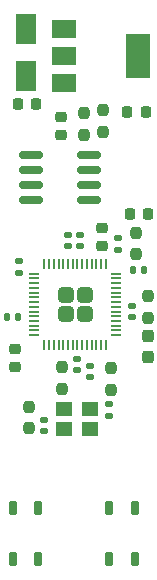
<source format=gbr>
%TF.GenerationSoftware,KiCad,Pcbnew,(6.0.11)*%
%TF.CreationDate,2024-02-23T15:03:39-06:00*%
%TF.ProjectId,PicoAlt,5069636f-416c-4742-9e6b-696361645f70,rev?*%
%TF.SameCoordinates,Original*%
%TF.FileFunction,Paste,Top*%
%TF.FilePolarity,Positive*%
%FSLAX46Y46*%
G04 Gerber Fmt 4.6, Leading zero omitted, Abs format (unit mm)*
G04 Created by KiCad (PCBNEW (6.0.11)) date 2024-02-23 15:03:39*
%MOMM*%
%LPD*%
G01*
G04 APERTURE LIST*
G04 Aperture macros list*
%AMRoundRect*
0 Rectangle with rounded corners*
0 $1 Rounding radius*
0 $2 $3 $4 $5 $6 $7 $8 $9 X,Y pos of 4 corners*
0 Add a 4 corners polygon primitive as box body*
4,1,4,$2,$3,$4,$5,$6,$7,$8,$9,$2,$3,0*
0 Add four circle primitives for the rounded corners*
1,1,$1+$1,$2,$3*
1,1,$1+$1,$4,$5*
1,1,$1+$1,$6,$7*
1,1,$1+$1,$8,$9*
0 Add four rect primitives between the rounded corners*
20,1,$1+$1,$2,$3,$4,$5,0*
20,1,$1+$1,$4,$5,$6,$7,0*
20,1,$1+$1,$6,$7,$8,$9,0*
20,1,$1+$1,$8,$9,$2,$3,0*%
G04 Aperture macros list end*
%ADD10RoundRect,0.237500X0.237500X-0.250000X0.237500X0.250000X-0.237500X0.250000X-0.237500X-0.250000X0*%
%ADD11RoundRect,0.237500X0.237500X-0.287500X0.237500X0.287500X-0.237500X0.287500X-0.237500X-0.287500X0*%
%ADD12RoundRect,0.162500X0.162500X-0.437500X0.162500X0.437500X-0.162500X0.437500X-0.162500X-0.437500X0*%
%ADD13R,1.400000X1.200000*%
%ADD14RoundRect,0.140000X0.140000X0.170000X-0.140000X0.170000X-0.140000X-0.170000X0.140000X-0.170000X0*%
%ADD15RoundRect,0.237500X-0.237500X0.250000X-0.237500X-0.250000X0.237500X-0.250000X0.237500X0.250000X0*%
%ADD16RoundRect,0.225000X0.225000X0.250000X-0.225000X0.250000X-0.225000X-0.250000X0.225000X-0.250000X0*%
%ADD17RoundRect,0.140000X0.170000X-0.140000X0.170000X0.140000X-0.170000X0.140000X-0.170000X-0.140000X0*%
%ADD18RoundRect,0.225000X0.250000X-0.225000X0.250000X0.225000X-0.250000X0.225000X-0.250000X-0.225000X0*%
%ADD19R,2.000000X1.500000*%
%ADD20R,2.000000X3.800000*%
%ADD21R,1.800000X2.500000*%
%ADD22RoundRect,0.140000X-0.140000X-0.170000X0.140000X-0.170000X0.140000X0.170000X-0.140000X0.170000X0*%
%ADD23RoundRect,0.225000X-0.225000X-0.250000X0.225000X-0.250000X0.225000X0.250000X-0.225000X0.250000X0*%
%ADD24RoundRect,0.150000X-0.825000X-0.150000X0.825000X-0.150000X0.825000X0.150000X-0.825000X0.150000X0*%
%ADD25RoundRect,0.140000X-0.170000X0.140000X-0.170000X-0.140000X0.170000X-0.140000X0.170000X0.140000X0*%
%ADD26RoundRect,0.249999X-0.395001X-0.395001X0.395001X-0.395001X0.395001X0.395001X-0.395001X0.395001X0*%
%ADD27RoundRect,0.050000X-0.387500X-0.050000X0.387500X-0.050000X0.387500X0.050000X-0.387500X0.050000X0*%
%ADD28RoundRect,0.050000X-0.050000X-0.387500X0.050000X-0.387500X0.050000X0.387500X-0.050000X0.387500X0*%
%ADD29RoundRect,0.225000X-0.250000X0.225000X-0.250000X-0.225000X0.250000X-0.225000X0.250000X0.225000X0*%
G04 APERTURE END LIST*
D10*
%TO.C,R1*%
X154820000Y-104707500D03*
X154820000Y-106532500D03*
%TD*%
D11*
%TO.C,D1*%
X154860000Y-109825000D03*
X154860000Y-108075000D03*
%TD*%
D12*
%TO.C,SW2*%
X143375000Y-126960000D03*
X143375000Y-122660000D03*
X145525000Y-126960000D03*
X145525000Y-122660000D03*
%TD*%
%TO.C,SW1*%
X151565000Y-126970000D03*
X151565000Y-122670000D03*
X153715000Y-126970000D03*
X153715000Y-122670000D03*
%TD*%
D13*
%TO.C,Y1*%
X147720000Y-115960000D03*
X149920000Y-115960000D03*
X149920000Y-114260000D03*
X147720000Y-114260000D03*
%TD*%
D14*
%TO.C,C13*%
X143870000Y-106430000D03*
X142910000Y-106430000D03*
%TD*%
D15*
%TO.C,R9*%
X144730000Y-114067500D03*
X144730000Y-115892500D03*
%TD*%
D16*
%TO.C,C12*%
X154635000Y-89130000D03*
X153085000Y-89130000D03*
%TD*%
D10*
%TO.C,R3*%
X151040000Y-90802500D03*
X151040000Y-88977500D03*
%TD*%
D17*
%TO.C,C1*%
X149080000Y-100490000D03*
X149080000Y-99530000D03*
%TD*%
D18*
%TO.C,C10*%
X150990000Y-100475000D03*
X150990000Y-98925000D03*
%TD*%
D15*
%TO.C,R6*%
X151720000Y-110817500D03*
X151720000Y-112642500D03*
%TD*%
D19*
%TO.C,U1*%
X147730000Y-82050000D03*
X147730000Y-84350000D03*
D20*
X154030000Y-84350000D03*
D19*
X147730000Y-86650000D03*
%TD*%
D16*
%TO.C,C4*%
X145385000Y-88470000D03*
X143835000Y-88470000D03*
%TD*%
D21*
%TO.C,D2*%
X144500000Y-86070000D03*
X144500000Y-82070000D03*
%TD*%
D15*
%TO.C,R7*%
X153790000Y-99327500D03*
X153790000Y-101152500D03*
%TD*%
D10*
%TO.C,R5*%
X147590000Y-112562500D03*
X147590000Y-110737500D03*
%TD*%
D22*
%TO.C,C8*%
X153570000Y-102530000D03*
X154530000Y-102530000D03*
%TD*%
D18*
%TO.C,C15*%
X147450000Y-91065000D03*
X147450000Y-89515000D03*
%TD*%
D23*
%TO.C,C18*%
X153285000Y-97790000D03*
X154835000Y-97790000D03*
%TD*%
D24*
%TO.C,U2*%
X144915000Y-92765000D03*
X144915000Y-94035000D03*
X144915000Y-95305000D03*
X144915000Y-96575000D03*
X149865000Y-96575000D03*
X149865000Y-95305000D03*
X149865000Y-94035000D03*
X149865000Y-92765000D03*
%TD*%
D15*
%TO.C,R4*%
X149420000Y-89197500D03*
X149420000Y-91022500D03*
%TD*%
D25*
%TO.C,C16*%
X146060000Y-115170000D03*
X146060000Y-116130000D03*
%TD*%
D26*
%TO.C,U3*%
X149470000Y-104610000D03*
X149470000Y-106210000D03*
X147870000Y-104610000D03*
X147870000Y-106210000D03*
D27*
X145232500Y-102810000D03*
X145232500Y-103210000D03*
X145232500Y-103610000D03*
X145232500Y-104010000D03*
X145232500Y-104410000D03*
X145232500Y-104810000D03*
X145232500Y-105210000D03*
X145232500Y-105610000D03*
X145232500Y-106010000D03*
X145232500Y-106410000D03*
X145232500Y-106810000D03*
X145232500Y-107210000D03*
X145232500Y-107610000D03*
X145232500Y-108010000D03*
D28*
X146070000Y-108847500D03*
X146470000Y-108847500D03*
X146870000Y-108847500D03*
X147270000Y-108847500D03*
X147670000Y-108847500D03*
X148070000Y-108847500D03*
X148470000Y-108847500D03*
X148870000Y-108847500D03*
X149270000Y-108847500D03*
X149670000Y-108847500D03*
X150070000Y-108847500D03*
X150470000Y-108847500D03*
X150870000Y-108847500D03*
X151270000Y-108847500D03*
D27*
X152107500Y-108010000D03*
X152107500Y-107610000D03*
X152107500Y-107210000D03*
X152107500Y-106810000D03*
X152107500Y-106410000D03*
X152107500Y-106010000D03*
X152107500Y-105610000D03*
X152107500Y-105210000D03*
X152107500Y-104810000D03*
X152107500Y-104410000D03*
X152107500Y-104010000D03*
X152107500Y-103610000D03*
X152107500Y-103210000D03*
X152107500Y-102810000D03*
D28*
X151270000Y-101972500D03*
X150870000Y-101972500D03*
X150470000Y-101972500D03*
X150070000Y-101972500D03*
X149670000Y-101972500D03*
X149270000Y-101972500D03*
X148870000Y-101972500D03*
X148470000Y-101972500D03*
X148070000Y-101972500D03*
X147670000Y-101972500D03*
X147270000Y-101972500D03*
X146870000Y-101972500D03*
X146470000Y-101972500D03*
X146070000Y-101972500D03*
%TD*%
D17*
%TO.C,C2*%
X143960000Y-102720000D03*
X143960000Y-101760000D03*
%TD*%
%TO.C,C3*%
X148050000Y-100470000D03*
X148050000Y-99510000D03*
%TD*%
D25*
%TO.C,C9*%
X148850000Y-110040000D03*
X148850000Y-111000000D03*
%TD*%
D29*
%TO.C,C5*%
X143600000Y-109155000D03*
X143600000Y-110705000D03*
%TD*%
D17*
%TO.C,C11*%
X153500000Y-105550000D03*
X153500000Y-106510000D03*
%TD*%
%TO.C,C17*%
X151500000Y-114840000D03*
X151500000Y-113880000D03*
%TD*%
D25*
%TO.C,C7*%
X149900000Y-110620000D03*
X149900000Y-111580000D03*
%TD*%
D17*
%TO.C,C6*%
X152270000Y-100780000D03*
X152270000Y-99820000D03*
%TD*%
M02*

</source>
